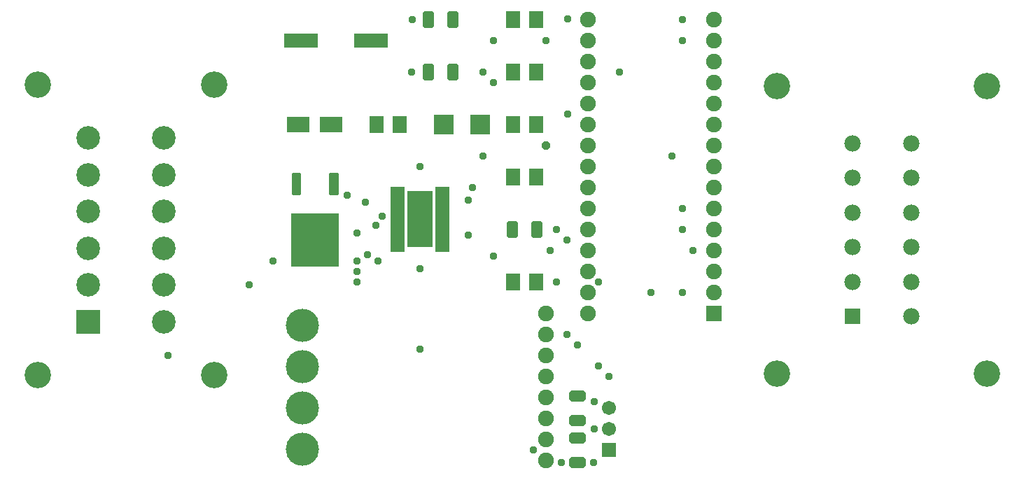
<source format=gbr>
G04 EAGLE Gerber RS-274X export*
G75*
%MOMM*%
%FSLAX34Y34*%
%LPD*%
%INSoldermask Top*%
%IPPOS*%
%AMOC8*
5,1,8,0,0,1.08239X$1,22.5*%
G01*
%ADD10C,2.858200*%
%ADD11R,2.858200X2.858200*%
%ADD12C,3.193200*%
%ADD13R,1.988200X1.988200*%
%ADD14C,1.988200*%
%ADD15C,1.902969*%
%ADD16C,4.013200*%
%ADD17R,1.903200X1.903200*%
%ADD18C,1.903200*%
%ADD19R,1.803400X0.660400*%
%ADD20R,3.098800X6.858000*%
%ADD21C,1.061200*%
%ADD22R,1.803200X2.003200*%
%ADD23C,0.434416*%
%ADD24R,5.873200X6.433200*%
%ADD25R,2.403200X2.353200*%
%ADD26R,4.103200X1.803200*%
%ADD27C,0.490750*%
%ADD28R,2.703200X1.903200*%
%ADD29R,1.711200X1.711200*%
%ADD30C,1.711200*%
%ADD31C,0.825450*%
%ADD32C,0.959600*%
%ADD33P,1.038661X8X22.500000*%


D10*
X137534Y332384D03*
X137534Y421284D03*
D11*
X137534Y198984D03*
D10*
X137534Y243434D03*
X137534Y287884D03*
X137534Y376834D03*
X228734Y421284D03*
X228734Y376834D03*
X228734Y332384D03*
X228734Y287884D03*
X228734Y243434D03*
X228734Y198984D03*
D12*
X76434Y485484D03*
X289834Y485484D03*
X289834Y134684D03*
X76434Y134684D03*
D13*
X1061984Y205384D03*
D14*
X1061984Y247284D03*
X1061984Y289184D03*
X1061984Y331084D03*
X1061984Y372984D03*
X1061984Y414884D03*
X1133084Y414884D03*
X1133084Y372984D03*
X1133084Y331084D03*
X1133084Y289184D03*
X1133084Y247284D03*
X1133084Y205384D03*
D12*
X1224534Y136034D03*
X970534Y136034D03*
X970534Y484234D03*
X1224534Y484234D03*
D15*
X691034Y208434D03*
X691034Y183034D03*
X691034Y157634D03*
X691034Y132234D03*
X691034Y106834D03*
X691034Y81434D03*
X691034Y56034D03*
X691034Y30634D03*
D16*
X396634Y194734D03*
X396634Y144734D03*
X396634Y94734D03*
X396634Y44734D03*
D17*
X894334Y208534D03*
D18*
X894334Y233934D03*
X894334Y259334D03*
X894334Y284734D03*
X894334Y310134D03*
X894334Y335534D03*
X894334Y360934D03*
X894334Y386334D03*
X894334Y411734D03*
X894334Y437134D03*
X894334Y462534D03*
X894334Y487934D03*
X894334Y513334D03*
X894334Y538734D03*
X894334Y564134D03*
X741934Y564134D03*
X741934Y538734D03*
X741934Y513334D03*
X741934Y487934D03*
X741934Y462534D03*
X741934Y437134D03*
X741934Y411734D03*
X741934Y386334D03*
X741934Y360934D03*
X741934Y335534D03*
X741934Y310134D03*
X741934Y284734D03*
X741934Y259334D03*
X741934Y233934D03*
X741934Y208534D03*
D19*
X565658Y287020D03*
X565658Y293624D03*
X565658Y299974D03*
X565658Y306578D03*
X565658Y313182D03*
X565658Y319532D03*
X565658Y326136D03*
X565658Y332486D03*
X565658Y339090D03*
X565658Y345694D03*
X565658Y352044D03*
X565658Y358648D03*
X511810Y358648D03*
X511810Y352044D03*
X511810Y345694D03*
X511810Y339090D03*
X511810Y332486D03*
X511810Y326136D03*
X511810Y319532D03*
X511810Y313182D03*
X511810Y306578D03*
X511810Y299974D03*
X511810Y293624D03*
X511810Y287020D03*
D20*
X538734Y322834D03*
D21*
X546354Y297434D03*
X531114Y297434D03*
X546354Y310134D03*
X531114Y310134D03*
X546354Y322834D03*
X531114Y322834D03*
X546354Y335534D03*
X531114Y335534D03*
X546354Y348234D03*
X531114Y348234D03*
D22*
X651734Y500634D03*
X679734Y500634D03*
X651734Y564134D03*
X679734Y564134D03*
X651734Y246634D03*
X679734Y246634D03*
X651734Y373634D03*
X679734Y373634D03*
X651734Y437134D03*
X679734Y437134D03*
D23*
X430990Y377678D02*
X430990Y354790D01*
X430990Y377678D02*
X438078Y377678D01*
X438078Y354790D01*
X430990Y354790D01*
X430990Y358917D02*
X438078Y358917D01*
X438078Y363044D02*
X430990Y363044D01*
X430990Y367171D02*
X438078Y367171D01*
X438078Y371298D02*
X430990Y371298D01*
X430990Y375425D02*
X438078Y375425D01*
X385390Y377678D02*
X385390Y354790D01*
X385390Y377678D02*
X392478Y377678D01*
X392478Y354790D01*
X385390Y354790D01*
X385390Y358917D02*
X392478Y358917D01*
X392478Y363044D02*
X385390Y363044D01*
X385390Y367171D02*
X392478Y367171D01*
X392478Y371298D02*
X385390Y371298D01*
X385390Y375425D02*
X392478Y375425D01*
D24*
X411734Y298034D03*
D22*
X514634Y437134D03*
X486634Y437134D03*
D25*
X567534Y437134D03*
X611534Y437134D03*
D26*
X479634Y538734D03*
X394634Y538734D03*
D27*
X553746Y556472D02*
X553746Y571796D01*
X553746Y556472D02*
X545022Y556472D01*
X545022Y571796D01*
X553746Y571796D01*
X553746Y561135D02*
X545022Y561135D01*
X545022Y565798D02*
X553746Y565798D01*
X553746Y570461D02*
X545022Y570461D01*
X583246Y571796D02*
X583246Y556472D01*
X574522Y556472D01*
X574522Y571796D01*
X583246Y571796D01*
X583246Y561135D02*
X574522Y561135D01*
X574522Y565798D02*
X583246Y565798D01*
X583246Y570461D02*
X574522Y570461D01*
X553746Y508296D02*
X553746Y492972D01*
X545022Y492972D01*
X545022Y508296D01*
X553746Y508296D01*
X553746Y497635D02*
X545022Y497635D01*
X545022Y502298D02*
X553746Y502298D01*
X553746Y506961D02*
X545022Y506961D01*
X583246Y508296D02*
X583246Y492972D01*
X574522Y492972D01*
X574522Y508296D01*
X583246Y508296D01*
X583246Y497635D02*
X574522Y497635D01*
X574522Y502298D02*
X583246Y502298D01*
X583246Y506961D02*
X574522Y506961D01*
X655346Y317796D02*
X655346Y302472D01*
X646622Y302472D01*
X646622Y317796D01*
X655346Y317796D01*
X655346Y307135D02*
X646622Y307135D01*
X646622Y311798D02*
X655346Y311798D01*
X655346Y316461D02*
X646622Y316461D01*
X684846Y317796D02*
X684846Y302472D01*
X676122Y302472D01*
X676122Y317796D01*
X684846Y317796D01*
X684846Y307135D02*
X676122Y307135D01*
X676122Y311798D02*
X684846Y311798D01*
X684846Y316461D02*
X676122Y316461D01*
D28*
X391734Y437134D03*
X431734Y437134D03*
D29*
X767334Y43434D03*
D30*
X767334Y68834D03*
X767334Y94234D03*
D31*
X735223Y55645D02*
X723245Y55645D01*
X723245Y60923D01*
X735223Y60923D01*
X735223Y55645D01*
X735223Y25945D02*
X723245Y25945D01*
X723245Y31223D01*
X735223Y31223D01*
X735223Y25945D01*
X735223Y106445D02*
X723245Y106445D01*
X723245Y111723D01*
X735223Y111723D01*
X735223Y106445D01*
X735223Y76745D02*
X723245Y76745D01*
X723245Y82023D01*
X735223Y82023D01*
X735223Y76745D01*
D32*
X749944Y68834D03*
X487934Y272034D03*
X703834Y310134D03*
X538734Y165354D03*
X818134Y233934D03*
X856234Y233934D03*
X538734Y263144D03*
X538734Y386334D03*
D33*
X691134Y411734D03*
D32*
X691134Y538734D03*
X233934Y157734D03*
X843534Y399034D03*
X868934Y284734D03*
X614934Y399034D03*
X627634Y538734D03*
X472694Y343154D03*
X528574Y500634D03*
X529844Y564134D03*
X462534Y306324D03*
X716534Y183134D03*
X716534Y297434D03*
X856234Y335534D03*
X754634Y145034D03*
X767334Y132334D03*
X856234Y310134D03*
X780034Y500634D03*
X717834Y565434D03*
X703834Y246634D03*
X754634Y246634D03*
X856234Y538734D03*
X856234Y564134D03*
X485394Y315214D03*
X614934Y500634D03*
X493014Y326644D03*
X627634Y487934D03*
X717834Y449834D03*
X475234Y279654D03*
X451104Y352044D03*
X597154Y345694D03*
X597154Y303784D03*
X462534Y259334D03*
X602234Y360934D03*
X627634Y278384D03*
X462534Y246634D03*
X462534Y272034D03*
X360934Y272034D03*
X332334Y243434D03*
X748674Y28584D03*
X710184Y28584D03*
X675894Y43434D03*
X696214Y284734D03*
X729234Y170434D03*
X749554Y101854D03*
M02*

</source>
